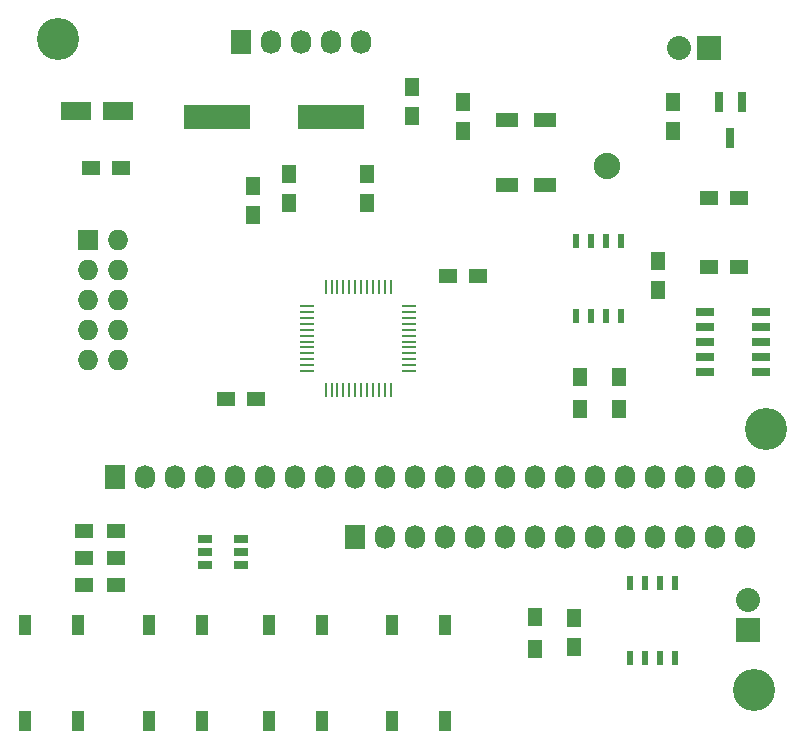
<source format=gts>
G04 #@! TF.FileFunction,Soldermask,Top*
%FSLAX46Y46*%
G04 Gerber Fmt 4.6, Leading zero omitted, Abs format (unit mm)*
G04 Created by KiCad (PCBNEW 0.201508130901+6089~28~ubuntu14.04.1-product) date Sa 15 Aug 2015 16:32:31 CEST*
%MOMM*%
G01*
G04 APERTURE LIST*
%ADD10C,0.100000*%
%ADD11C,3.564000*%
%ADD12R,1.300000X0.700000*%
%ADD13R,1.250000X1.500000*%
%ADD14R,1.500000X1.250000*%
%ADD15R,2.600960X1.600200*%
%ADD16R,1.727200X2.032000*%
%ADD17O,1.727200X2.032000*%
%ADD18R,1.500000X0.760000*%
%ADD19R,2.032000X2.032000*%
%ADD20O,2.032000X2.032000*%
%ADD21R,1.300000X1.500000*%
%ADD22R,1.000760X1.800860*%
%ADD23R,0.250000X1.300000*%
%ADD24R,1.300000X0.250000*%
%ADD25R,0.800100X1.800860*%
%ADD26R,1.727200X1.727200*%
%ADD27O,1.727200X1.727200*%
%ADD28R,0.508000X1.143000*%
%ADD29R,5.600700X2.100580*%
%ADD30R,1.900000X1.300000*%
%ADD31R,1.500000X1.300000*%
%ADD32C,2.235200*%
G04 APERTURE END LIST*
D10*
D11*
X179578000Y-112776000D03*
X178562000Y-134874000D03*
D12*
X132054000Y-122090000D03*
X132054000Y-123190000D03*
X132054000Y-124290000D03*
X135154000Y-124290000D03*
X135154000Y-123190000D03*
X135154000Y-122090000D03*
D13*
X145796000Y-93706000D03*
X145796000Y-91206000D03*
X139192000Y-91206000D03*
X139192000Y-93706000D03*
X153924000Y-87610000D03*
X153924000Y-85110000D03*
X149606000Y-86340000D03*
X149606000Y-83840000D03*
D14*
X174772000Y-99060000D03*
X177272000Y-99060000D03*
D13*
X171704000Y-85110000D03*
X171704000Y-87610000D03*
D14*
X177272000Y-93218000D03*
X174772000Y-93218000D03*
X136378000Y-110236000D03*
X133878000Y-110236000D03*
X124948000Y-90678000D03*
X122448000Y-90678000D03*
D15*
X124736860Y-85852000D03*
X121135140Y-85852000D03*
D13*
X163322000Y-131298000D03*
X163322000Y-128798000D03*
D16*
X124460000Y-116840000D03*
D17*
X127000000Y-116840000D03*
X129540000Y-116840000D03*
X132080000Y-116840000D03*
X134620000Y-116840000D03*
X137160000Y-116840000D03*
X139700000Y-116840000D03*
X142240000Y-116840000D03*
X144780000Y-116840000D03*
X147320000Y-116840000D03*
X149860000Y-116840000D03*
X152400000Y-116840000D03*
X154940000Y-116840000D03*
X157480000Y-116840000D03*
X160020000Y-116840000D03*
X162560000Y-116840000D03*
X165100000Y-116840000D03*
X167640000Y-116840000D03*
X170180000Y-116840000D03*
X172720000Y-116840000D03*
X175260000Y-116840000D03*
X177800000Y-116840000D03*
D16*
X144780000Y-121920000D03*
D17*
X147320000Y-121920000D03*
X149860000Y-121920000D03*
X152400000Y-121920000D03*
X154940000Y-121920000D03*
X157480000Y-121920000D03*
X160020000Y-121920000D03*
X162560000Y-121920000D03*
X165100000Y-121920000D03*
X167640000Y-121920000D03*
X170180000Y-121920000D03*
X172720000Y-121920000D03*
X175260000Y-121920000D03*
X177800000Y-121920000D03*
D18*
X179184000Y-107950000D03*
X174384000Y-107950000D03*
X179184000Y-106680000D03*
X174384000Y-106680000D03*
X179184000Y-105410000D03*
X174384000Y-105410000D03*
X179184000Y-104140000D03*
X174384000Y-104140000D03*
X179184000Y-102870000D03*
X174384000Y-102870000D03*
D19*
X178054000Y-129794000D03*
D20*
X178054000Y-127254000D03*
D16*
X135128000Y-80010000D03*
D17*
X137668000Y-80010000D03*
X140208000Y-80010000D03*
X142748000Y-80010000D03*
X145288000Y-80010000D03*
D21*
X167132000Y-108378000D03*
X167132000Y-111078000D03*
X163830000Y-108378000D03*
X163830000Y-111078000D03*
X160020000Y-131398000D03*
X160020000Y-128698000D03*
D22*
X116840000Y-129377440D03*
X116840000Y-137576560D03*
X121340880Y-137576560D03*
X121340880Y-129377440D03*
X127289560Y-129377440D03*
X127289560Y-137576560D03*
X131790440Y-137576560D03*
X131790440Y-129377440D03*
X137449560Y-129377440D03*
X137449560Y-137576560D03*
X141950440Y-137576560D03*
X141950440Y-129377440D03*
X147899120Y-129377440D03*
X147899120Y-137576560D03*
X152400000Y-137576560D03*
X152400000Y-129377440D03*
D23*
X147784000Y-100806000D03*
X147284000Y-100806000D03*
X146784000Y-100806000D03*
X146284000Y-100806000D03*
X145784000Y-100806000D03*
X145284000Y-100806000D03*
X144784000Y-100806000D03*
X144284000Y-100806000D03*
X143784000Y-100806000D03*
X143284000Y-100806000D03*
X142784000Y-100806000D03*
X142284000Y-100806000D03*
D24*
X140684000Y-102406000D03*
X140684000Y-102906000D03*
X140684000Y-103406000D03*
X140684000Y-103906000D03*
X140684000Y-104406000D03*
X140684000Y-104906000D03*
X140684000Y-105406000D03*
X140684000Y-105906000D03*
X140684000Y-106406000D03*
X140684000Y-106906000D03*
X140684000Y-107406000D03*
X140684000Y-107906000D03*
D23*
X142284000Y-109506000D03*
X142784000Y-109506000D03*
X143284000Y-109506000D03*
X143784000Y-109506000D03*
X144284000Y-109506000D03*
X144784000Y-109506000D03*
X145284000Y-109506000D03*
X145784000Y-109506000D03*
X146284000Y-109506000D03*
X146784000Y-109506000D03*
X147284000Y-109506000D03*
X147784000Y-109506000D03*
D24*
X149384000Y-107906000D03*
X149384000Y-107406000D03*
X149384000Y-106906000D03*
X149384000Y-106406000D03*
X149384000Y-105906000D03*
X149384000Y-105406000D03*
X149384000Y-104906000D03*
X149384000Y-104406000D03*
X149384000Y-103906000D03*
X149384000Y-103406000D03*
X149384000Y-102906000D03*
X149384000Y-102406000D03*
D25*
X177505400Y-85163660D03*
X175605400Y-85163660D03*
X176555400Y-88165940D03*
D26*
X122174000Y-96774000D03*
D27*
X124714000Y-96774000D03*
X122174000Y-99314000D03*
X124714000Y-99314000D03*
X122174000Y-101854000D03*
X124714000Y-101854000D03*
X122174000Y-104394000D03*
X124714000Y-104394000D03*
X122174000Y-106934000D03*
X124714000Y-106934000D03*
D28*
X167259000Y-103251000D03*
X165989000Y-103251000D03*
X164719000Y-103251000D03*
X163449000Y-103251000D03*
X163449000Y-96901000D03*
X164719000Y-96901000D03*
X165989000Y-96901000D03*
X167259000Y-96901000D03*
D29*
X142770860Y-86360000D03*
X133073140Y-86360000D03*
D30*
X160858000Y-86658000D03*
X157658000Y-86658000D03*
X157658000Y-92158000D03*
X160858000Y-92158000D03*
D19*
X174752000Y-80518000D03*
D20*
X172212000Y-80518000D03*
D28*
X171831000Y-132207000D03*
X170561000Y-132207000D03*
X169291000Y-132207000D03*
X168021000Y-132207000D03*
X168021000Y-125857000D03*
X169291000Y-125857000D03*
X170561000Y-125857000D03*
X171831000Y-125857000D03*
D13*
X136144000Y-94722000D03*
X136144000Y-92222000D03*
D14*
X152674000Y-99822000D03*
X155174000Y-99822000D03*
D31*
X121840000Y-121412000D03*
X124540000Y-121412000D03*
X121840000Y-123698000D03*
X124540000Y-123698000D03*
X121840000Y-125984000D03*
X124540000Y-125984000D03*
D13*
X170434000Y-101072000D03*
X170434000Y-98572000D03*
D11*
X119634000Y-79756000D03*
D32*
X166116000Y-90563700D03*
M02*

</source>
